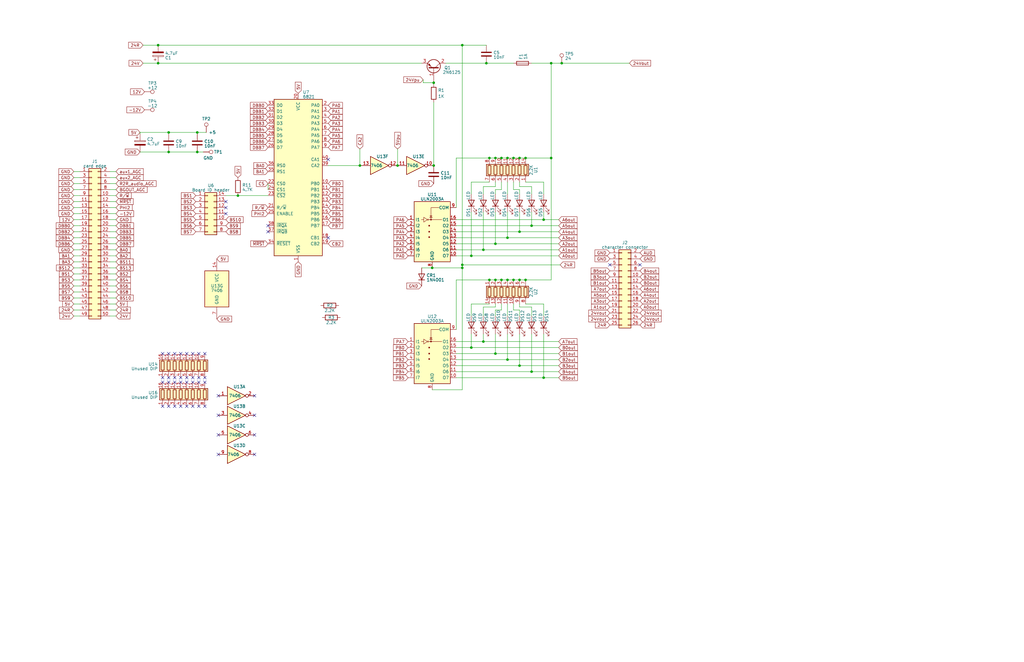
<source format=kicad_sch>
(kicad_sch (version 20230121) (generator eeschema)
  (paper "B")
  (junction (at 229.235 159.385))
  (junction (at 151.765 69.85))
  (junction (at 206.375 118.11))
  (junction (at 224.155 156.845))
  (junction (at 203.835 105.41))
  (junction (at 213.995 118.11))
  (junction (at 182.245 113.03))
  (junction (at 206.375 66.675))
  (junction (at 198.755 146.685))
  (junction (at 211.455 66.675))
  (junction (at 232.41 66.675))
  (junction (at 216.535 66.675))
  (junction (at 182.88 34.925))
  (junction (at 83.185 64.135))
  (junction (at 229.235 92.71))
  (junction (at 213.995 151.765))
  (junction (at 167.64 69.85))
  (junction (at 205.105 26.67))
  (junction (at 208.915 149.225))
  (junction (at 208.915 66.675))
  (junction (at 71.12 55.88))
  (junction (at 224.155 95.25))
  (junction (at 203.835 144.145))
  (junction (at 232.41 26.67))
  (junction (at 208.915 118.11))
  (junction (at 66.675 26.67))
  (junction (at 219.075 66.675))
  (junction (at 219.075 118.11))
  (junction (at 66.675 19.05))
  (junction (at 219.075 97.79))
  (junction (at 182.88 69.85))
  (junction (at 194.945 111.76))
  (junction (at 213.995 66.675))
  (junction (at 194.945 19.05))
  (junction (at 194.945 113.03))
  (junction (at 213.995 100.33))
  (junction (at 221.615 66.675))
  (junction (at 100.33 82.55))
  (junction (at 221.615 118.11))
  (junction (at 236.855 26.67))
  (junction (at 83.185 55.88))
  (junction (at 211.455 118.11))
  (junction (at 216.535 118.11))
  (junction (at 208.915 102.87))
  (junction (at 219.075 154.305))
  (junction (at 71.12 64.135))
  (junction (at 198.755 107.95))
  (no_connect (at 81.28 149.225))
  (no_connect (at 92.075 191.77))
  (no_connect (at 73.66 161.29))
  (no_connect (at 107.315 183.515))
  (no_connect (at 95.25 85.09))
  (no_connect (at 78.74 171.45))
  (no_connect (at 68.58 161.29))
  (no_connect (at 78.74 159.385))
  (no_connect (at 76.2 161.29))
  (no_connect (at 83.82 171.45))
  (no_connect (at 257.175 111.76))
  (no_connect (at 138.43 100.33))
  (no_connect (at 138.43 67.31))
  (no_connect (at 107.315 191.77))
  (no_connect (at 83.82 161.29))
  (no_connect (at 68.58 149.225))
  (no_connect (at 86.36 159.385))
  (no_connect (at 92.075 183.515))
  (no_connect (at 68.58 171.45))
  (no_connect (at 76.2 149.225))
  (no_connect (at 81.28 171.45))
  (no_connect (at 76.2 171.45))
  (no_connect (at 71.12 159.385))
  (no_connect (at 76.2 159.385))
  (no_connect (at 73.66 171.45))
  (no_connect (at 95.25 87.63))
  (no_connect (at 113.03 95.25))
  (no_connect (at 68.58 159.385))
  (no_connect (at 71.12 149.225))
  (no_connect (at 78.74 161.29))
  (no_connect (at 269.875 111.76))
  (no_connect (at 86.36 171.45))
  (no_connect (at 107.315 175.26))
  (no_connect (at 86.36 149.225))
  (no_connect (at 113.03 97.79))
  (no_connect (at 81.28 161.29))
  (no_connect (at 83.82 149.225))
  (no_connect (at 78.74 149.225))
  (no_connect (at 107.315 167.005))
  (no_connect (at 95.25 90.17))
  (no_connect (at 73.66 159.385))
  (no_connect (at 83.82 159.385))
  (no_connect (at 71.12 161.29))
  (no_connect (at 92.075 167.005))
  (no_connect (at 73.66 149.225))
  (no_connect (at 81.28 159.385))
  (no_connect (at 92.075 175.26))
  (no_connect (at 71.12 171.45))
  (no_connect (at 86.36 161.29))
  (wire (pts (xy 211.455 128.27) (xy 211.455 130.81)))
  (wire (pts (xy 198.755 146.685) (xy 198.755 140.97)))
  (wire (pts (xy 48.895 113.03) (xy 46.355 113.03)))
  (wire (pts (xy 219.075 97.79) (xy 192.405 97.79)))
  (wire (pts (xy 48.895 123.19) (xy 46.355 123.19)))
  (wire (pts (xy 48.895 102.87) (xy 46.355 102.87)))
  (wire (pts (xy 48.895 107.95) (xy 46.355 107.95)))
  (wire (pts (xy 48.895 80.01) (xy 46.355 80.01)))
  (wire (pts (xy 216.535 130.81) (xy 219.075 130.81)))
  (wire (pts (xy 198.755 107.95) (xy 198.755 89.535)))
  (wire (pts (xy 187.96 26.67) (xy 205.105 26.67)))
  (wire (pts (xy 198.755 107.95) (xy 192.405 107.95)))
  (wire (pts (xy 33.655 90.17) (xy 31.115 90.17)))
  (wire (pts (xy 235.585 92.71) (xy 229.235 92.71)))
  (wire (pts (xy 33.655 72.39) (xy 31.115 72.39)))
  (wire (pts (xy 235.585 144.145) (xy 203.835 144.145)))
  (wire (pts (xy 198.755 81.915) (xy 198.755 76.835)))
  (wire (pts (xy 208.915 80.01) (xy 211.455 80.01)))
  (wire (pts (xy 198.755 76.835) (xy 206.375 76.835)))
  (wire (pts (xy 236.855 26.67) (xy 265.43 26.67)))
  (wire (pts (xy 229.235 159.385) (xy 229.235 140.97)))
  (wire (pts (xy 100.33 82.55) (xy 113.03 82.55)))
  (wire (pts (xy 224.155 156.845) (xy 192.405 156.845)))
  (wire (pts (xy 198.755 133.35) (xy 198.755 128.27)))
  (wire (pts (xy 208.915 149.225) (xy 192.405 149.225)))
  (wire (pts (xy 33.655 107.95) (xy 31.115 107.95)))
  (wire (pts (xy 33.655 80.01) (xy 31.115 80.01)))
  (wire (pts (xy 235.585 146.685) (xy 198.755 146.685)))
  (wire (pts (xy 33.655 95.25) (xy 31.115 95.25)))
  (wire (pts (xy 33.655 120.65) (xy 31.115 120.65)))
  (wire (pts (xy 203.835 78.74) (xy 203.835 81.915)))
  (wire (pts (xy 219.075 81.915) (xy 219.075 80.01)))
  (wire (pts (xy 224.155 95.25) (xy 192.405 95.25)))
  (wire (pts (xy 48.895 92.71) (xy 46.355 92.71)))
  (wire (pts (xy 151.765 69.85) (xy 152.4 69.85)))
  (wire (pts (xy 216.535 128.27) (xy 216.535 130.81)))
  (wire (pts (xy 208.915 130.81) (xy 208.915 133.35)))
  (wire (pts (xy 33.655 110.49) (xy 31.115 110.49)))
  (wire (pts (xy 48.895 130.81) (xy 46.355 130.81)))
  (wire (pts (xy 235.585 151.765) (xy 213.995 151.765)))
  (wire (pts (xy 71.12 64.135) (xy 83.185 64.135)))
  (wire (pts (xy 221.615 66.675) (xy 232.41 66.675)))
  (wire (pts (xy 235.585 100.33) (xy 213.995 100.33)))
  (wire (pts (xy 48.895 118.11) (xy 46.355 118.11)))
  (wire (pts (xy 229.235 92.71) (xy 229.235 89.535)))
  (wire (pts (xy 221.615 128.27) (xy 229.235 128.27)))
  (wire (pts (xy 208.915 129.54) (xy 203.835 129.54)))
  (wire (pts (xy 83.185 55.88) (xy 83.185 56.515)))
  (wire (pts (xy 59.055 64.135) (xy 71.12 64.135)))
  (wire (pts (xy 208.915 66.675) (xy 206.375 66.675)))
  (wire (pts (xy 235.585 154.305) (xy 219.075 154.305)))
  (wire (pts (xy 211.455 130.81) (xy 208.915 130.81)))
  (wire (pts (xy 48.895 125.73) (xy 46.355 125.73)))
  (wire (pts (xy 221.615 76.835) (xy 229.235 76.835)))
  (wire (pts (xy 33.655 85.09) (xy 31.115 85.09)))
  (wire (pts (xy 48.895 74.93) (xy 46.355 74.93)))
  (wire (pts (xy 178.435 33.655) (xy 178.435 34.925)))
  (wire (pts (xy 48.895 115.57) (xy 46.355 115.57)))
  (wire (pts (xy 221.615 66.675) (xy 219.075 66.675)))
  (wire (pts (xy 192.405 118.11) (xy 206.375 118.11)))
  (wire (pts (xy 48.895 95.25) (xy 46.355 95.25)))
  (wire (pts (xy 33.655 87.63) (xy 31.115 87.63)))
  (wire (pts (xy 206.375 118.11) (xy 208.915 118.11)))
  (wire (pts (xy 60.325 19.05) (xy 66.675 19.05)))
  (wire (pts (xy 182.245 113.03) (xy 194.945 113.03)))
  (wire (pts (xy 71.12 55.88) (xy 83.185 55.88)))
  (wire (pts (xy 213.995 151.765) (xy 213.995 140.97)))
  (wire (pts (xy 224.155 95.25) (xy 224.155 89.535)))
  (wire (pts (xy 203.835 105.41) (xy 203.835 89.535)))
  (wire (pts (xy 219.075 129.54) (xy 224.155 129.54)))
  (wire (pts (xy 203.835 133.35) (xy 203.835 129.54)))
  (wire (pts (xy 219.075 154.305) (xy 219.075 140.97)))
  (wire (pts (xy 219.075 66.675) (xy 216.535 66.675)))
  (wire (pts (xy 48.895 72.39) (xy 46.355 72.39)))
  (wire (pts (xy 232.41 26.67) (xy 232.41 66.675)))
  (wire (pts (xy 235.585 105.41) (xy 203.835 105.41)))
  (wire (pts (xy 178.435 34.925) (xy 182.88 34.925)))
  (wire (pts (xy 235.585 97.79) (xy 219.075 97.79)))
  (wire (pts (xy 194.945 164.465) (xy 194.945 113.03)))
  (wire (pts (xy 235.585 159.385) (xy 229.235 159.385)))
  (wire (pts (xy 33.655 128.27) (xy 31.115 128.27)))
  (wire (pts (xy 224.155 26.67) (xy 232.41 26.67)))
  (wire (pts (xy 85.725 64.135) (xy 83.185 64.135)))
  (wire (pts (xy 33.655 113.03) (xy 31.115 113.03)))
  (wire (pts (xy 59.055 55.88) (xy 59.055 56.515)))
  (wire (pts (xy 95.25 82.55) (xy 100.33 82.55)))
  (wire (pts (xy 229.235 92.71) (xy 192.405 92.71)))
  (wire (pts (xy 182.88 35.56) (xy 182.88 34.925)))
  (wire (pts (xy 206.375 128.27) (xy 198.755 128.27)))
  (wire (pts (xy 203.835 105.41) (xy 192.405 105.41)))
  (wire (pts (xy 138.43 69.85) (xy 151.765 69.85)))
  (wire (pts (xy 48.895 105.41) (xy 46.355 105.41)))
  (wire (pts (xy 194.945 19.05) (xy 205.105 19.05)))
  (wire (pts (xy 219.075 97.79) (xy 219.075 89.535)))
  (wire (pts (xy 33.655 97.79) (xy 31.115 97.79)))
  (wire (pts (xy 33.655 115.57) (xy 31.115 115.57)))
  (wire (pts (xy 194.945 111.76) (xy 194.945 113.03)))
  (wire (pts (xy 48.895 97.79) (xy 46.355 97.79)))
  (wire (pts (xy 71.12 55.88) (xy 71.12 56.515)))
  (wire (pts (xy 48.895 85.09) (xy 46.355 85.09)))
  (wire (pts (xy 211.455 80.01) (xy 211.455 76.835)))
  (wire (pts (xy 216.535 76.835) (xy 216.535 80.01)))
  (wire (pts (xy 229.235 81.915) (xy 229.235 76.835)))
  (wire (pts (xy 48.895 133.35) (xy 46.355 133.35)))
  (wire (pts (xy 48.895 128.27) (xy 46.355 128.27)))
  (wire (pts (xy 59.055 55.88) (xy 71.12 55.88)))
  (wire (pts (xy 33.655 125.73) (xy 31.115 125.73)))
  (wire (pts (xy 33.655 130.81) (xy 31.115 130.81)))
  (wire (pts (xy 33.655 105.41) (xy 31.115 105.41)))
  (wire (pts (xy 33.655 82.55) (xy 31.115 82.55)))
  (wire (pts (xy 216.535 118.11) (xy 213.995 118.11)))
  (wire (pts (xy 221.615 118.11) (xy 232.41 118.11)))
  (wire (pts (xy 224.155 156.845) (xy 224.155 140.97)))
  (wire (pts (xy 182.245 164.465) (xy 194.945 164.465)))
  (wire (pts (xy 208.915 128.27) (xy 208.915 129.54)))
  (wire (pts (xy 192.405 66.675) (xy 192.405 87.63)))
  (wire (pts (xy 224.155 129.54) (xy 224.155 133.35)))
  (wire (pts (xy 48.895 110.49) (xy 46.355 110.49)))
  (wire (pts (xy 86.995 55.88) (xy 83.185 55.88)))
  (wire (pts (xy 232.41 66.675) (xy 232.41 118.11)))
  (wire (pts (xy 219.075 76.835) (xy 219.075 78.74)))
  (wire (pts (xy 208.915 78.74) (xy 203.835 78.74)))
  (wire (pts (xy 235.585 149.225) (xy 208.915 149.225)))
  (wire (pts (xy 33.655 100.33) (xy 31.115 100.33)))
  (wire (pts (xy 33.655 74.93) (xy 31.115 74.93)))
  (wire (pts (xy 60.325 26.67) (xy 66.675 26.67)))
  (wire (pts (xy 216.535 80.01) (xy 219.075 80.01)))
  (wire (pts (xy 208.915 149.225) (xy 208.915 140.97)))
  (wire (pts (xy 192.405 118.11) (xy 192.405 139.065)))
  (wire (pts (xy 213.995 151.765) (xy 192.405 151.765)))
  (wire (pts (xy 219.075 78.74) (xy 224.155 78.74)))
  (wire (pts (xy 48.895 100.33) (xy 46.355 100.33)))
  (wire (pts (xy 235.585 156.845) (xy 224.155 156.845)))
  (wire (pts (xy 48.895 90.17) (xy 46.355 90.17)))
  (wire (pts (xy 213.995 100.33) (xy 213.995 89.535)))
  (wire (pts (xy 213.995 66.675) (xy 216.535 66.675)))
  (wire (pts (xy 33.655 77.47) (xy 31.115 77.47)))
  (wire (pts (xy 219.075 154.305) (xy 192.405 154.305)))
  (wire (pts (xy 177.8 113.03) (xy 182.245 113.03)))
  (wire (pts (xy 213.995 118.11) (xy 211.455 118.11)))
  (wire (pts (xy 48.895 77.47) (xy 46.355 77.47)))
  (wire (pts (xy 232.41 26.67) (xy 236.855 26.67)))
  (wire (pts (xy 213.995 81.915) (xy 213.995 76.835)))
  (wire (pts (xy 113.03 77.47) (xy 113.03 80.01)))
  (wire (pts (xy 206.375 66.675) (xy 192.405 66.675)))
  (wire (pts (xy 208.915 78.74) (xy 208.915 76.835)))
  (wire (pts (xy 151.765 62.865) (xy 151.765 69.85)))
  (wire (pts (xy 33.655 92.71) (xy 31.115 92.71)))
  (wire (pts (xy 211.455 66.675) (xy 208.915 66.675)))
  (wire (pts (xy 219.075 118.11) (xy 216.535 118.11)))
  (wire (pts (xy 33.655 102.87) (xy 31.115 102.87)))
  (wire (pts (xy 48.895 87.63) (xy 46.355 87.63)))
  (wire (pts (xy 48.895 82.55) (xy 46.355 82.55)))
  (wire (pts (xy 198.755 146.685) (xy 192.405 146.685)))
  (wire (pts (xy 66.675 26.67) (xy 177.8 26.67)))
  (wire (pts (xy 208.915 102.87) (xy 192.405 102.87)))
  (wire (pts (xy 203.835 144.145) (xy 203.835 140.97)))
  (wire (pts (xy 33.655 118.11) (xy 31.115 118.11)))
  (wire (pts (xy 219.075 130.81) (xy 219.075 133.35)))
  (wire (pts (xy 194.945 19.05) (xy 194.945 111.76)))
  (wire (pts (xy 229.235 128.27) (xy 229.235 133.35)))
  (wire (pts (xy 235.585 107.95) (xy 198.755 107.95)))
  (wire (pts (xy 66.675 19.05) (xy 194.945 19.05)))
  (wire (pts (xy 213.995 100.33) (xy 192.405 100.33)))
  (wire (pts (xy 235.585 95.25) (xy 224.155 95.25)))
  (wire (pts (xy 229.235 159.385) (xy 192.405 159.385)))
  (wire (pts (xy 219.075 128.27) (xy 219.075 129.54)))
  (wire (pts (xy 235.585 102.87) (xy 208.915 102.87)))
  (wire (pts (xy 167.64 62.865) (xy 167.64 69.85)))
  (wire (pts (xy 208.915 102.87) (xy 208.915 89.535)))
  (wire (pts (xy 182.88 43.18) (xy 182.88 69.85)))
  (wire (pts (xy 216.535 26.67) (xy 205.105 26.67)))
  (wire (pts (xy 182.88 34.925) (xy 182.88 34.29)))
  (wire (pts (xy 236.22 111.76) (xy 194.945 111.76)))
  (wire (pts (xy 211.455 118.11) (xy 208.915 118.11)))
  (wire (pts (xy 203.835 144.145) (xy 192.405 144.145)))
  (wire (pts (xy 208.915 81.915) (xy 208.915 80.01)))
  (wire (pts (xy 211.455 66.675) (xy 213.995 66.675)))
  (wire (pts (xy 33.655 123.19) (xy 31.115 123.19)))
  (wire (pts (xy 48.895 120.65) (xy 46.355 120.65)))
  (wire (pts (xy 33.655 133.35) (xy 31.115 133.35)))
  (wire (pts (xy 221.615 118.11) (xy 219.075 118.11)))
  (wire (pts (xy 213.995 133.35) (xy 213.995 128.27)))
  (wire (pts (xy 224.155 78.74) (xy 224.155 81.915)))
  (global_label "aux1_AGC" (shape input) (at 48.895 72.39 0) (property "Intersheetrefs" "${INTERSHEET_REFS}" (effects hide)))
  (global_label "BS2" (shape input) (at 82.55 85.09 180) (property "Intersheetrefs" "${INTERSHEET_REFS}" (effects hide)))
  (global_label "PA4" (shape input) (at 172.085 97.79 180) (property "Intersheetrefs" "${INTERSHEET_REFS}" (effects hide)))
  (global_label "DBB6" (shape input) (at 113.03 59.69 180) (property "Intersheetrefs" "${INTERSHEET_REFS}" (effects hide)))
  (global_label "GND" (shape input) (at 177.8 120.65 180) (property "Intersheetrefs" "${INTERSHEET_REFS}" (effects hide)))
  (global_label "GND" (shape input) (at 31.115 80.01 180) (property "Intersheetrefs" "${INTERSHEET_REFS}" (effects hide)))
  (global_label "aux2_AGC" (shape input) (at 48.895 74.93 0) (property "Intersheetrefs" "${INTERSHEET_REFS}" (effects hide)))
  (global_label "PA7" (shape input) (at 138.43 62.23 0) (property "Intersheetrefs" "${INTERSHEET_REFS}" (effects hide)))
  (global_label "PHI2" (shape input) (at 113.03 90.17 180) (property "Intersheetrefs" "${INTERSHEET_REFS}" (effects hide)))
  (global_label "DBB3" (shape input) (at 113.03 52.07 180) (property "Intersheetrefs" "${INTERSHEET_REFS}" (effects hide)))
  (global_label "BA1" (shape input) (at 113.03 72.39 180) (property "Intersheetrefs" "${INTERSHEET_REFS}" (effects hide)))
  (global_label "24V" (shape input) (at 48.895 133.35 0) (property "Intersheetrefs" "${INTERSHEET_REFS}" (effects hide)))
  (global_label "DBB2" (shape input) (at 113.03 49.53 180) (property "Intersheetrefs" "${INTERSHEET_REFS}" (effects hide)))
  (global_label "BA2" (shape input) (at 48.895 107.95 0) (property "Intersheetrefs" "${INTERSHEET_REFS}" (effects hide)))
  (global_label "BS2" (shape input) (at 48.895 115.57 0) (property "Intersheetrefs" "${INTERSHEET_REFS}" (effects hide)))
  (global_label "GND" (shape input) (at 269.875 109.22 0) (property "Intersheetrefs" "${INTERSHEET_REFS}" (effects hide)))
  (global_label "DBB5" (shape input) (at 113.03 57.15 180) (property "Intersheetrefs" "${INTERSHEET_REFS}" (effects hide)))
  (global_label "5V" (shape input) (at 91.44 109.22 0) (property "Intersheetrefs" "${INTERSHEET_REFS}" (effects hide)))
  (global_label "BS8" (shape input) (at 95.25 97.79 0) (property "Intersheetrefs" "${INTERSHEET_REFS}" (effects hide)))
  (global_label "AUD" (shape input) (at 269.875 106.68 0) (property "Intersheetrefs" "${INTERSHEET_REFS}" (effects hide)))
  (global_label "BA3" (shape input) (at 31.115 110.49 180) (property "Intersheetrefs" "${INTERSHEET_REFS}" (effects hide)))
  (global_label "GND" (shape input) (at 59.055 64.135 180) (property "Intersheetrefs" "${INTERSHEET_REFS}" (effects hide)))
  (global_label "24R" (shape input) (at 236.22 111.76 0) (property "Intersheetrefs" "${INTERSHEET_REFS}" (effects hide)))
  (global_label "PA2" (shape input) (at 138.43 49.53 0) (property "Intersheetrefs" "${INTERSHEET_REFS}" (effects hide)))
  (global_label "DBB0" (shape input) (at 113.03 44.45 180) (property "Intersheetrefs" "${INTERSHEET_REFS}" (effects hide)))
  (global_label "A6out" (shape input) (at 235.585 92.71 0) (property "Intersheetrefs" "${INTERSHEET_REFS}" (effects hide)))
  (global_label "PA3" (shape input) (at 172.085 100.33 180) (property "Intersheetrefs" "${INTERSHEET_REFS}" (effects hide)))
  (global_label "BS4" (shape input) (at 48.895 118.11 0) (property "Intersheetrefs" "${INTERSHEET_REFS}" (effects hide)))
  (global_label "PA0" (shape input) (at 138.43 44.45 0) (property "Intersheetrefs" "${INTERSHEET_REFS}" (effects hide)))
  (global_label "~{MRST}" (shape input) (at 113.03 102.87 180) (property "Intersheetrefs" "${INTERSHEET_REFS}" (effects hide)))
  (global_label "GND" (shape input) (at 31.115 82.55 180) (property "Intersheetrefs" "${INTERSHEET_REFS}" (effects hide)))
  (global_label "5V" (shape input) (at 31.115 128.27 180) (property "Intersheetrefs" "${INTERSHEET_REFS}" (effects hide)))
  (global_label "A5out" (shape input) (at 257.175 124.46 180) (property "Intersheetrefs" "${INTERSHEET_REFS}" (effects hide)))
  (global_label "PA7" (shape input) (at 172.085 144.145 180) (property "Intersheetrefs" "${INTERSHEET_REFS}" (effects hide)))
  (global_label "DBB7" (shape input) (at 48.895 102.87 0) (property "Intersheetrefs" "${INTERSHEET_REFS}" (effects hide)))
  (global_label "PA0" (shape input) (at 172.085 107.95 180) (property "Intersheetrefs" "${INTERSHEET_REFS}" (effects hide)))
  (global_label "24R" (shape input) (at 269.875 137.16 0) (property "Intersheetrefs" "${INTERSHEET_REFS}" (effects hide)))
  (global_label "DBB1" (shape input) (at 48.895 95.25 0) (property "Intersheetrefs" "${INTERSHEET_REFS}" (effects hide)))
  (global_label "PB3" (shape input) (at 172.085 154.305 180) (property "Intersheetrefs" "${INTERSHEET_REFS}" (effects hide)))
  (global_label "24Vout" (shape input) (at 269.875 134.62 0) (property "Intersheetrefs" "${INTERSHEET_REFS}" (effects hide)))
  (global_label "PB5" (shape input) (at 172.085 159.385 180) (property "Intersheetrefs" "${INTERSHEET_REFS}" (effects hide)))
  (global_label "PB6" (shape input) (at 138.43 92.71 0) (property "Intersheetrefs" "${INTERSHEET_REFS}" (effects hide)))
  (global_label "BS1" (shape input) (at 31.115 115.57 180) (property "Intersheetrefs" "${INTERSHEET_REFS}" (effects hide)))
  (global_label "PA4" (shape input) (at 138.43 54.61 0) (property "Intersheetrefs" "${INTERSHEET_REFS}" (effects hide)))
  (global_label "-12V" (shape input) (at 60.96 46.355 180) (property "Intersheetrefs" "${INTERSHEET_REFS}" (effects hide)))
  (global_label "PA6" (shape input) (at 138.43 59.69 0) (property "Intersheetrefs" "${INTERSHEET_REFS}" (effects hide)))
  (global_label "BS5" (shape input) (at 31.115 120.65 180) (property "Intersheetrefs" "${INTERSHEET_REFS}" (effects hide)))
  (global_label "GND" (shape input) (at 31.115 85.09 180) (property "Intersheetrefs" "${INTERSHEET_REFS}" (effects hide)))
  (global_label "DBB4" (shape input) (at 113.03 54.61 180) (property "Intersheetrefs" "${INTERSHEET_REFS}" (effects hide)))
  (global_label "24Vout" (shape input) (at 257.175 134.62 180) (property "Intersheetrefs" "${INTERSHEET_REFS}" (effects hide)))
  (global_label "A5out" (shape input) (at 235.585 95.25 0) (property "Intersheetrefs" "${INTERSHEET_REFS}" (effects hide)))
  (global_label "GND" (shape input) (at 257.175 106.68 180) (property "Intersheetrefs" "${INTERSHEET_REFS}" (effects hide)))
  (global_label "BS6" (shape input) (at 82.55 95.25 180) (property "Intersheetrefs" "${INTERSHEET_REFS}" (effects hide)))
  (global_label "BGOUT_AGC" (shape input) (at 48.895 80.01 0) (property "Intersheetrefs" "${INTERSHEET_REFS}" (effects hide)))
  (global_label "A2out" (shape input) (at 269.875 127 0) (property "Intersheetrefs" "${INTERSHEET_REFS}" (effects hide)))
  (global_label "PHI2" (shape input) (at 48.895 87.63 0) (property "Intersheetrefs" "${INTERSHEET_REFS}" (effects hide)))
  (global_label "GND" (shape input) (at 31.115 77.47 180) (property "Intersheetrefs" "${INTERSHEET_REFS}" (effects hide)))
  (global_label "24Vout" (shape input) (at 269.875 132.08 0) (property "Intersheetrefs" "${INTERSHEET_REFS}" (effects hide)))
  (global_label "24V" (shape input) (at 31.115 133.35 180) (property "Intersheetrefs" "${INTERSHEET_REFS}" (effects hide)))
  (global_label "B0out" (shape input) (at 269.875 119.38 0) (property "Intersheetrefs" "${INTERSHEET_REFS}" (effects hide)))
  (global_label "A2out" (shape input) (at 235.585 102.87 0) (property "Intersheetrefs" "${INTERSHEET_REFS}" (effects hide)))
  (global_label "B5out" (shape input) (at 235.585 159.385 0) (property "Intersheetrefs" "${INTERSHEET_REFS}" (effects hide)))
  (global_label "B4out" (shape input) (at 235.585 156.845 0) (property "Intersheetrefs" "${INTERSHEET_REFS}" (effects hide)))
  (global_label "B3out" (shape input) (at 257.175 116.84 180) (property "Intersheetrefs" "${INTERSHEET_REFS}" (effects hide)))
  (global_label "PB7" (shape input) (at 138.43 95.25 0) (property "Intersheetrefs" "${INTERSHEET_REFS}" (effects hide)))
  (global_label "PB4" (shape input) (at 138.43 87.63 0) (property "Intersheetrefs" "${INTERSHEET_REFS}" (effects hide)))
  (global_label "CA2" (shape input) (at 151.765 62.865 90) (property "Intersheetrefs" "${INTERSHEET_REFS}" (effects hide)))
  (global_label "12V" (shape input) (at 60.96 38.735 180) (property "Intersheetrefs" "${INTERSHEET_REFS}" (effects hide)))
  (global_label "R{slash}~{W}" (shape input) (at 48.895 82.55 0) (property "Intersheetrefs" "${INTERSHEET_REFS}" (effects hide)))
  (global_label "GND" (shape input) (at 31.115 105.41 180) (property "Intersheetrefs" "${INTERSHEET_REFS}" (effects hide)))
  (global_label "DBB2" (shape input) (at 31.115 97.79 180) (property "Intersheetrefs" "${INTERSHEET_REFS}" (effects hide)))
  (global_label "24Vout" (shape input) (at 257.175 132.08 180) (property "Intersheetrefs" "${INTERSHEET_REFS}" (effects hide)))
  (global_label "BS3" (shape input) (at 31.115 118.11 180) (property "Intersheetrefs" "${INTERSHEET_REFS}" (effects hide)))
  (global_label "BA0" (shape input) (at 48.895 105.41 0) (property "Intersheetrefs" "${INTERSHEET_REFS}" (effects hide)))
  (global_label "24Vpu" (shape input) (at 178.435 33.655 180) (property "Intersheetrefs" "${INTERSHEET_REFS}" (effects hide)))
  (global_label "24V" (shape input) (at 60.325 26.67 180) (property "Intersheetrefs" "${INTERSHEET_REFS}" (effects hide)))
  (global_label "PB2" (shape input) (at 172.085 151.765 180) (property "Intersheetrefs" "${INTERSHEET_REFS}" (effects hide)))
  (global_label "24Vout" (shape input) (at 265.43 26.67 0) (property "Intersheetrefs" "${INTERSHEET_REFS}" (effects hide)))
  (global_label "5V" (shape input) (at 125.73 39.37 90) (property "Intersheetrefs" "${INTERSHEET_REFS}" (effects hide)))
  (global_label "BS11" (shape input) (at 48.895 110.49 0) (property "Intersheetrefs" "${INTERSHEET_REFS}" (effects hide)))
  (global_label "B3out" (shape input) (at 235.585 154.305 0) (property "Intersheetrefs" "${INTERSHEET_REFS}" (effects hide)))
  (global_label "A3out" (shape input) (at 235.585 100.33 0) (property "Intersheetrefs" "${INTERSHEET_REFS}" (effects hide)))
  (global_label "BA1" (shape input) (at 31.115 107.95 180) (property "Intersheetrefs" "${INTERSHEET_REFS}" (effects hide)))
  (global_label "PB4" (shape input) (at 172.085 156.845 180) (property "Intersheetrefs" "${INTERSHEET_REFS}" (effects hide)))
  (global_label "DBB4" (shape input) (at 31.115 100.33 180) (property "Intersheetrefs" "${INTERSHEET_REFS}" (effects hide)))
  (global_label "PA1" (shape input) (at 138.43 46.99 0) (property "Intersheetrefs" "${INTERSHEET_REFS}" (effects hide)))
  (global_label "BS13" (shape input) (at 48.895 113.03 0) (property "Intersheetrefs" "${INTERSHEET_REFS}" (effects hide)))
  (global_label "A0out" (shape input) (at 269.875 129.54 0) (property "Intersheetrefs" "${INTERSHEET_REFS}" (effects hide)))
  (global_label "BS4" (shape input) (at 82.55 90.17 180) (property "Intersheetrefs" "${INTERSHEET_REFS}" (effects hide)))
  (global_label "GND" (shape input) (at 31.115 74.93 180) (property "Intersheetrefs" "${INTERSHEET_REFS}" (effects hide)))
  (global_label "GND" (shape input) (at 48.895 92.71 0) (property "Intersheetrefs" "${INTERSHEET_REFS}" (effects hide)))
  (global_label "~{MRST}" (shape input) (at 48.895 85.09 0) (property "Intersheetrefs" "${INTERSHEET_REFS}" (effects hide)))
  (global_label "CS" (shape input) (at 113.03 77.47 180) (property "Intersheetrefs" "${INTERSHEET_REFS}" (effects hide)))
  (global_label "GND" (shape input) (at 125.73 110.49 270) (property "Intersheetrefs" "${INTERSHEET_REFS}" (effects hide)))
  (global_label "24R" (shape input) (at 257.175 137.16 180) (property "Intersheetrefs" "${INTERSHEET_REFS}" (effects hide)))
  (global_label "A6out" (shape input) (at 269.875 121.92 0) (property "Intersheetrefs" "${INTERSHEET_REFS}" (effects hide)))
  (global_label "PA5" (shape input) (at 172.085 95.25 180) (property "Intersheetrefs" "${INTERSHEET_REFS}" (effects hide)))
  (global_label "B4out" (shape input) (at 269.875 114.3 0) (property "Intersheetrefs" "${INTERSHEET_REFS}" (effects hide)))
  (global_label "A1out" (shape input) (at 257.175 129.54 180) (property "Intersheetrefs" "${INTERSHEET_REFS}" (effects hide)))
  (global_label "24R" (shape input) (at 60.325 19.05 180) (property "Intersheetrefs" "${INTERSHEET_REFS}" (effects hide)))
  (global_label "A7out" (shape input) (at 235.585 144.145 0) (property "Intersheetrefs" "${INTERSHEET_REFS}" (effects hide)))
  (global_label "PB2" (shape input) (at 138.43 82.55 0) (property "Intersheetrefs" "${INTERSHEET_REFS}" (effects hide)))
  (global_label "PB1" (shape input) (at 172.085 149.225 180) (property "Intersheetrefs" "${INTERSHEET_REFS}" (effects hide)))
  (global_label "B1out" (shape input) (at 235.585 149.225 0) (property "Intersheetrefs" "${INTERSHEET_REFS}" (effects hide)))
  (global_label "PB0" (shape input) (at 138.43 77.47 0) (property "Intersheetrefs" "${INTERSHEET_REFS}" (effects hide)))
  (global_label "5V" (shape input) (at 59.055 55.88 180) (property "Intersheetrefs" "${INTERSHEET_REFS}" (effects hide)))
  (global_label "BS3" (shape input) (at 82.55 87.63 180) (property "Intersheetrefs" "${INTERSHEET_REFS}" (effects hide)))
  (global_label "PA5" (shape input) (at 138.43 57.15 0) (property "Intersheetrefs" "${INTERSHEET_REFS}" (effects hide)))
  (global_label "GND" (shape input) (at 31.115 87.63 180) (property "Intersheetrefs" "${INTERSHEET_REFS}" (effects hide)))
  (global_label "BS6" (shape input) (at 48.895 120.65 0) (property "Intersheetrefs" "${INTERSHEET_REFS}" (effects hide)))
  (global_label "DBB0" (shape input) (at 31.115 95.25 180) (property "Intersheetrefs" "${INTERSHEET_REFS}" (effects hide)))
  (global_label "B5out" (shape input) (at 257.175 114.3 180) (property "Intersheetrefs" "${INTERSHEET_REFS}" (effects hide)))
  (global_label "PB5" (shape input) (at 138.43 90.17 0) (property "Intersheetrefs" "${INTERSHEET_REFS}" (effects hide)))
  (global_label "BS12" (shape input) (at 31.115 113.03 180) (property "Intersheetrefs" "${INTERSHEET_REFS}" (effects hide)))
  (global_label "BA0" (shape input) (at 113.03 69.85 180) (property "Intersheetrefs" "${INTERSHEET_REFS}" (effects hide)))
  (global_label "B1out" (shape input) (at 257.175 119.38 180) (property "Intersheetrefs" "${INTERSHEET_REFS}" (effects hide)))
  (global_label "GND" (shape input) (at 31.115 72.39 180) (property "Intersheetrefs" "${INTERSHEET_REFS}" (effects hide)))
  (global_label "-12V" (shape input) (at 48.895 90.17 0) (property "Intersheetrefs" "${INTERSHEET_REFS}" (effects hide)))
  (global_label "5V" (shape input) (at 100.33 74.93 90) (property "Intersheetrefs" "${INTERSHEET_REFS}" (effects hide)))
  (global_label "BS5" (shape input) (at 82.55 92.71 180) (property "Intersheetrefs" "${INTERSHEET_REFS}" (effects hide)))
  (global_label "BS1" (shape input) (at 82.55 82.55 180) (property "Intersheetrefs" "${INTERSHEET_REFS}" (effects hide)))
  (global_label "BS9" (shape input) (at 95.25 95.25 0) (property "Intersheetrefs" "${INTERSHEET_REFS}" (effects hide)))
  (global_label "BS10" (shape input) (at 95.25 92.71 0) (property "Intersheetrefs" "${INTERSHEET_REFS}" (effects hide)))
  (global_label "PA6" (shape input) (at 172.085 92.71 180) (property "Intersheetrefs" "${INTERSHEET_REFS}" (effects hide)))
  (global_label "DBB7" (shape input) (at 113.03 62.23 180) (property "Intersheetrefs" "${INTERSHEET_REFS}" (effects hide)))
  (global_label "PA3" (shape input) (at 138.43 52.07 0) (property "Intersheetrefs" "${INTERSHEET_REFS}" (effects hide)))
  (global_label "B2out" (shape input) (at 269.875 116.84 0) (property "Intersheetrefs" "${INTERSHEET_REFS}" (effects hide)))
  (global_label "BS10" (shape input) (at 48.895 125.73 0) (property "Intersheetrefs" "${INTERSHEET_REFS}" (effects hide)))
  (global_label "GND" (shape input) (at 257.175 109.22 180) (property "Intersheetrefs" "${INTERSHEET_REFS}" (effects hide)))
  (global_label "DBB6" (shape input) (at 31.115 102.87 180) (property "Intersheetrefs" "${INTERSHEET_REFS}" (effects hide)))
  (global_label "PB1" (shape input) (at 138.43 80.01 0) (property "Intersheetrefs" "${INTERSHEET_REFS}" (effects hide)))
  (global_label "24R" (shape input) (at 48.895 130.81 0) (property "Intersheetrefs" "${INTERSHEET_REFS}" (effects hide)))
  (global_label "GND" (shape input) (at 182.88 77.47 180) (property "Intersheetrefs" "${INTERSHEET_REFS}" (effects hide)))
  (global_label "A4out" (shape input) (at 235.585 97.79 0) (property "Intersheetrefs" "${INTERSHEET_REFS}" (effects hide)))
  (global_label "PA2" (shape input) (at 172.085 102.87 180) (property "Intersheetrefs" "${INTERSHEET_REFS}" (effects hide)))
  (global_label "5V" (shape input) (at 48.895 128.27 0) (property "Intersheetrefs" "${INTERSHEET_REFS}" (effects hide)))
  (global_label "5Vpu" (shape input) (at 167.64 62.865 90) (property "Intersheetrefs" "${INTERSHEET_REFS}" (effects hide)))
  (global_label "24R" (shape input) (at 31.115 130.81 180) (property "Intersheetrefs" "${INTERSHEET_REFS}" (effects hide)))
  (global_label "DBB3" (shape input) (at 48.895 97.79 0) (property "Intersheetrefs" "${INTERSHEET_REFS}" (effects hide)))
  (global_label "DBB1" (shape input) (at 113.03 46.99 180) (property "Intersheetrefs" "${INTERSHEET_REFS}" (effects hide)))
  (global_label "A7out" (shape input) (at 257.175 121.92 180) (property "Intersheetrefs" "${INTERSHEET_REFS}" (effects hide)))
  (global_label "PB3" (shape input) (at 138.43 85.09 0) (property "Intersheetrefs" "${INTERSHEET_REFS}" (effects hide)))
  (global_label "GND" (shape input) (at 31.115 90.17 180) (property "Intersheetrefs" "${INTERSHEET_REFS}" (effects hide)))
  (global_label "A4out" (shape input) (at 269.875 124.46 0) (property "Intersheetrefs" "${INTERSHEET_REFS}" (effects hide)))
  (global_label "BS9" (shape input) (at 31.115 125.73 180) (property "Intersheetrefs" "${INTERSHEET_REFS}" (effects hide)))
  (global_label "B0out" (shape input) (at 235.585 146.685 0) (property "Intersheetrefs" "${INTERSHEET_REFS}" (effects hide)))
  (global_label "A1out" (shape input) (at 235.585 105.41 0) (property "Intersheetrefs" "${INTERSHEET_REFS}" (effects hide)))
  (global_label "A0out" (shape input) (at 235.585 107.95 0) (property "Intersheetrefs" "${INTERSHEET_REFS}" (effects hide)))
  (global_label "BS8" (shape input) (at 48.895 123.19 0) (property "Intersheetrefs" "${INTERSHEET_REFS}" (effects hide)))
  (global_label "BS7" (shape input) (at 82.55 97.79 180) (property "Intersheetrefs" "${INTERSHEET_REFS}" (effects hide)))
  (global_label "12V" (shape input) (at 31.115 92.71 180) (property "Intersheetrefs" "${INTERSHEET_REFS}" (effects hide)))
  (global_label "PB0" (shape input) (at 172.085 146.685 180) (property "Intersheetrefs" "${INTERSHEET_REFS}" (effects hide)))
  (global_label "R{slash}~{W}" (shape input) (at 113.03 87.63 180) (property "Intersheetrefs" "${INTERSHEET_REFS}" (effects hide)))
  (global_label "GND" (shape input) (at 91.44 134.62 0) (property "Intersheetrefs" "${INTERSHEET_REFS}" (effects hide)))
  (global_label "B2out" (shape input) (at 235.585 151.765 0) (property "Intersheetrefs" "${INTERSHEET_REFS}" (effects hide)))
  (global_label "A3out" (shape input) (at 257.175 127 180) (property "Intersheetrefs" "${INTERSHEET_REFS}" (effects hide)))
  (global_label "BS7" (shape input) (at 31.115 123.19 180) (property "Intersheetrefs" "${INTERSHEET_REFS}" (effects hide)))
  (global_label "DBB5" (shape input) (at 48.895 100.33 0) (property "Intersheetrefs" "${INTERSHEET_REFS}" (effects hide)))
  (global_label "CB2" (shape input) (at 138.43 102.87 0) (property "Intersheetrefs" "${INTERSHEET_REFS}" (effects hide)))
  (global_label "PA1" (shape input) (at 172.085 105.41 180) (property "Intersheetrefs" "${INTERSHEET_REFS}" (effects hide)))
  (global_label "R2R_audio_AGC" (shape input) (at 48.895 77.47 0) (property "Intersheetrefs" "${INTERSHEET_REFS}" (effects hide)))
  (symbol (lib_id "Device:LED") (at 219.075 85.725 90) (unit 1)
    (property "Reference" "DS7" (at 217.805 87.63 0) (effects (justify right)))
    (property "Value" "LED" (at 217.805 80.645 0) (effects (justify right)))
    (property "Footprint" "LED_THT:LED_D5.0mm_Horizontal_O3.81mm_Z15.0mm" (effects hide))
  )
  (symbol (lib_id "Device:LED") (at 208.915 137.16 90) (unit 1)
    (property "Reference" "DS10" (at 210.185 130.81 0) (effects (justify right)))
    (property "Value" "LED" (at 207.645 132.08 0) (effects (justify right)))
    (property "Footprint" "LED_THT:LED_D5.0mm_Horizontal_O3.81mm_Z15.0mm" (effects hide))
  )
  (symbol (lib_id "Device:LED") (at 203.835 85.725 90) (unit 1)
    (property "Reference" "DS2" (at 202.565 87.63 0) (effects (justify right)))
    (property "Value" "LED" (at 202.565 80.645 0) (effects (justify right)))
    (property "Footprint" "LED_THT:LED_D5.0mm_Horizontal_O3.81mm_Z15.0mm" (effects hide))
  )
  (symbol (lib_id "Device:R_Pack08") (at 78.74 154.305 0) (unit 1)
    (property "Reference" "U14" (at 66.548 153.6613 0) (effects (justify right)))
    (property "Value" "Unused DIP" (at 66.548 155.5823 0) (effects (justify right)))
    (property "Footprint" "Package_DIP:DIP-16_W7.62mm" (effects hide))
  )
  (symbol (lib_id "Device:LED") (at 224.155 137.16 90) (unit 1)
    (property "Reference" "DS13" (at 225.425 130.81 0) (effects (justify right)))
    (property "Value" "LED" (at 222.885 132.08 0) (effects (justify right)))
    (property "Footprint" "LED_THT:LED_D5.0mm_Horizontal_O3.81mm_Z15.0mm" (effects hide))
  )
  (symbol (lib_id "Transistor_Array:ULN2003A") (at 182.245 97.79 0) (unit 1)
    (property "Reference" "U11" (at 182.245 82.0801 0))
    (property "Value" "ULN2003A" (at 182.245 84.0011 0))
    (property "Footprint" "Package_DIP:DIP-16_W7.62mm" (effects hide))
    (property "Datasheet" "http://www.ti.com/lit/ds/symlink/uln2003a.pdf" (effects hide))
  )
  (symbol (lib_id "Transistor_BJT:2N3906") (at 182.88 29.21 270) (mirror x) (unit 1)
    (property "Reference" "Q1" (at 187.325 28.575 90) (effects (justify left)))
    (property "Value" "2N6125" (at 186.69 30.48 90) (effects (justify left)))
    (property "Footprint" "Package_TO_SOT_THT:TO-220-3_Horizontal_TabDown" (effects hide))
  )
  (symbol (lib_id "Connector:TestPoint") (at 60.96 38.735 270) (mirror x) (unit 1)
    (property "Reference" "TP3" (at 64.262 35.0901 90))
    (property "Value" "+12" (at 64.262 37.0111 90))
    (property "Footprint" "TestPoint:TestPoint_Plated_Hole_D3.0mm" (effects hide))
  )
  (symbol (lib_id "Device:C_Polarized") (at 66.675 22.86 0) (mirror x) (unit 1)
    (property "Reference" "C1" (at 69.596 24.3927 0) (effects (justify left)))
    (property "Value" "4.7uF" (at 69.596 22.4717 0) (effects (justify left)))
    (property "Footprint" "Evan's parts:CP_Radial_Tantal_D4mm_P3.81mm" (effects hide))
  )
  (symbol (lib_id "Device:Fuse") (at 220.345 26.67 90) (unit 1)
    (property "Reference" "F1" (at 219.7013 25.146 0) (effects (justify left)))
    (property "Value" "1A" (at 221.6223 25.146 0) (effects (justify left)))
    (property "Footprint" "Fuse:Fuseholder_Littelfuse_445_030_series_5x30mm" (effects hide))
  )
  (symbol (lib_id "Connector:TestPoint") (at 60.96 46.355 270) (mirror x) (unit 1)
    (property "Reference" "TP4" (at 64.262 42.7101 90))
    (property "Value" "-12" (at 64.262 44.6311 90))
    (property "Footprint" "TestPoint:TestPoint_Plated_Hole_D3.0mm" (effects hide))
  )
  (symbol (lib_id "74xx:74LS06") (at 160.02 69.85 0) (unit 6)
    (property "Reference" "U13" (at 161.29 66.04 0))
    (property "Value" "7406" (at 158.75 69.85 0))
    (property "Footprint" "Package_DIP:DIP-14_W7.62mm" (effects hide))
    (property "Datasheet" "http://www.ti.com/lit/gpn/sn74LS06" (effects hide))
  )
  (symbol (lib_id "Device:R_Pack08") (at 78.74 166.37 0) (unit 1)
    (property "Reference" "U16" (at 66.548 165.7263 0) (effects (justify right)))
    (property "Value" "Unused DIP" (at 66.548 167.6473 0) (effects (justify right)))
    (property "Footprint" "Package_DIP:DIP-16_W7.62mm" (effects hide))
  )
  (symbol (lib_id "Transistor_Array:ULN2003A") (at 182.245 149.225 0) (unit 1)
    (property "Reference" "U12" (at 182.245 133.5151 0))
    (property "Value" "ULN2003A" (at 182.245 135.4361 0))
    (property "Footprint" "Package_DIP:DIP-16_W7.62mm" (effects hide))
    (property "Datasheet" "http://www.ti.com/lit/ds/symlink/uln2003a.pdf" (effects hide))
  )
  (symbol (lib_id "Connector_Generic:Conn_02x25_Odd_Even") (at 38.735 102.87 0) (unit 1)
    (property "Reference" "J1" (at 40.005 68.1101 0))
    (property "Value" "card edge" (at 40.005 70.0311 0))
    (property "Footprint" "Evan's parts:Chuck_E_Cheese_small_card_edge" (effects hide))
  )
  (symbol (lib_id "Device:R_Pack07") (at 213.995 123.19 0) (mirror x) (unit 1)
    (property "Reference" "U2" (at 225.8949 123.19 90))
    (property "Value" "2.2K" (at 223.9739 123.19 90))
    (property "Footprint" "Package_DIP:DIP-14_W7.62mm" (effects hide))
  )
  (symbol (lib_id "Device:LED") (at 219.075 137.16 90) (unit 1)
    (property "Reference" "DS12" (at 220.345 130.81 0) (effects (justify right)))
    (property "Value" "LED" (at 217.805 132.08 0) (effects (justify right)))
    (property "Footprint" "LED_THT:LED_D5.0mm_Horizontal_O3.81mm_Z15.0mm" (effects hide))
  )
  (symbol (lib_id "Device:LED") (at 229.235 85.725 90) (unit 1)
    (property "Reference" "DS5" (at 227.965 87.63 0) (effects (justify right)))
    (property "Value" "LED" (at 227.965 80.645 0) (effects (justify right)))
    (property "Footprint" "LED_THT:LED_D5.0mm_Horizontal_O3.81mm_Z15.0mm" (effects hide))
  )
  (symbol (lib_id "Device:C_Polarized") (at 59.055 60.325 0) (unit 1)
    (property "Reference" "C2" (at 61.976 58.7923 0) (effects (justify left)))
    (property "Value" "4.7uF" (at 61.976 60.7133 0) (effects (justify left)))
    (property "Footprint" "Evan's parts:CP_Radial_Tantal_D4mm_P3.81mm" (effects hide))
  )
  (symbol (lib_id "74xx:74LS06") (at 99.695 167.005 0) (unit 1)
    (property "Reference" "U13" (at 100.965 163.195 0))
    (property "Value" "7406" (at 99.06 167.005 0))
    (property "Footprint" "Package_DIP:DIP-14_W7.62mm" (effects hide))
    (property "Datasheet" "http://www.ti.com/lit/gpn/sn74LS06" (effects hide))
  )
  (symbol (lib_id "Device:C") (at 182.88 73.66 0) (unit 1)
    (property "Reference" "C11" (at 185.801 73.0163 0) (effects (justify left)))
    (property "Value" "10nF" (at 185.801 74.9373 0) (effects (justify left)))
    (property "Footprint" "Capacitor_THT:C_Rect_L7.0mm_W2.5mm_P5.00mm" (effects hide))
  )
  (symbol (lib_id "Device:R_Pack07") (at 213.995 71.755 0) (mirror y) (unit 1)
    (property "Reference" "U1" (at 225.8949 71.755 90))
    (property "Value" "2.2K" (at 223.9739 71.755 90))
    (property "Footprint" "Package_DIP:DIP-14_W7.62mm" (effects hide))
  )
  (symbol (lib_id "Device:C") (at 83.185 60.325 0) (unit 1)
    (property "Reference" "C10" (at 86.106 59.6813 0) (effects (justify left)))
    (property "Value" "10nF" (at 86.106 61.6023 0) (effects (justify left)))
    (property "Footprint" "Capacitor_THT:C_Rect_L7.0mm_W2.5mm_P5.00mm" (effects hide))
  )
  (symbol (lib_id "74xx:74LS06") (at 91.44 121.92 0) (unit 7)
    (property "Reference" "U13" (at 88.9 120.65 0) (effects (justify left)))
    (property "Value" "7406" (at 88.9 122.555 0) (effects (justify left)))
    (property "Footprint" "Package_DIP:DIP-14_W7.62mm" (effects hide))
    (property "Datasheet" "http://www.ti.com/lit/gpn/sn74LS06" (effects hide))
  )
  (symbol (lib_id "Device:LED") (at 198.755 137.16 90) (unit 1)
    (property "Reference" "DS9" (at 200.025 132.08 0) (effects (justify right)))
    (property "Value" "LED" (at 197.485 132.08 0) (effects (justify right)))
    (property "Footprint" "LED_THT:LED_D5.0mm_Horizontal_O3.81mm_Z15.0mm" (effects hide))
  )
  (symbol (lib_id "Device:C") (at 205.105 22.86 0) (unit 1)
    (property "Reference" "C5" (at 208.026 22.2163 0) (effects (justify left)))
    (property "Value" "10nF" (at 208.026 24.1373 0) (effects (justify left)))
    (property "Footprint" "Capacitor_THT:C_Rect_L7.0mm_W2.5mm_P5.00mm" (effects hide))
  )
  (symbol (lib_id "Device:LED") (at 203.835 137.16 90) (unit 1)
    (property "Reference" "DS8" (at 205.105 132.08 0) (effects (justify right)))
    (property "Value" "LED" (at 202.565 132.08 0) (effects (justify right)))
    (property "Footprint" "LED_THT:LED_D5.0mm_Horizontal_O3.81mm_Z15.0mm" (effects hide))
  )
  (symbol (lib_id "Device:LED") (at 224.155 85.725 90) (unit 1)
    (property "Reference" "DS6" (at 222.885 87.63 0) (effects (justify right)))
    (property "Value" "LED" (at 222.885 80.645 0) (effects (justify right)))
    (property "Footprint" "LED_THT:LED_D5.0mm_Horizontal_O3.81mm_Z15.0mm" (effects hide))
  )
  (symbol (lib_id "Connector:TestPoint") (at 85.725 64.135 270) (mirror x) (unit 1)
    (property "Reference" "TP1" (at 90.17 64.135 90) (effects (justify left)))
    (property "Value" "GND" (at 85.725 66.675 90) (effects (justify left)))
    (property "Footprint" "TestPoint:TestPoint_Plated_Hole_D3.0mm" (effects hide))
  )
  (symbol (lib_id "Device:C") (at 71.12 60.325 0) (unit 1)
    (property "Reference" "C9" (at 74.041 59.6813 0) (effects (justify left)))
    (property "Value" "10nF" (at 74.041 61.6023 0) (effects (justify left)))
    (property "Footprint" "Capacitor_THT:C_Rect_L7.0mm_W2.5mm_P5.00mm" (effects hide))
  )
  (symbol (lib_id "74xx:74LS06") (at 99.695 175.26 0) (unit 2)
    (property "Reference" "U13" (at 100.965 171.45 0))
    (property "Value" "7406" (at 99.06 175.26 0))
    (property "Footprint" "Package_DIP:DIP-14_W7.62mm" (effects hide))
    (property "Datasheet" "http://www.ti.com/lit/gpn/sn74LS06" (effects hide))
  )
  (symbol (lib_id "Connector_Generic:Conn_02x07_Counter_Clockwise") (at 87.63 90.17 0) (unit 1)
    (property "Reference" "U6" (at 88.9 78.2701 0))
    (property "Value" "Board ID header" (at 88.9 80.1911 0))
    (property "Footprint" "Package_DIP:DIP-14_W7.62mm" (effects hide))
  )
  (symbol (lib_id "74xx:74LS06") (at 175.26 69.85 0) (unit 5)
    (property "Reference" "U13" (at 176.53 66.04 0))
    (property "Value" "7406" (at 173.99 69.85 0))
    (property "Footprint" "Package_DIP:DIP-14_W7.62mm" (effects hide))
    (property "Datasheet" "http://www.ti.com/lit/gpn/sn74LS06" (effects hide))
  )
  (symbol (lib_id "Device:LED") (at 229.235 137.16 90) (unit 1)
    (property "Reference" "DS14" (at 230.505 130.81 0) (effects (justify right)))
    (property "Value" "LED" (at 227.965 132.08 0) (effects (justify right)))
    (property "Footprint" "LED_THT:LED_D5.0mm_Horizontal_O3.81mm_Z15.0mm" (effects hide))
  )
  (symbol (lib_id "74xx:74LS06") (at 99.695 191.77 0) (unit 4)
    (property "Reference" "U13" (at 100.965 187.96 0))
    (property "Value" "7406" (at 98.425 191.77 0))
    (property "Footprint" "Package_DIP:DIP-14_W7.62mm" (effects hide))
    (property "Datasheet" "http://www.ti.com/lit/gpn/sn74LS06" (effects hide))
  )
  (symbol (lib_id "Connector:TestPoint") (at 236.855 26.67 0) (unit 1)
    (property "Reference" "TP5" (at 238.252 22.7243 0) (effects (justify left)))
    (property "Value" "24" (at 238.252 24.6453 0) (effects (justify left)))
    (property "Footprint" "TestPoint:TestPoint_Plated_Hole_D3.0mm" (effects hide))
  )
  (symbol (lib_id "Device:R") (at 139.065 128.905 90) (unit 1)
    (property "Reference" "R2" (at 139.065 128.905 90))
    (property "Value" "2.2K" (at 139.065 131.0099 90))
    (property "Footprint" "Resistor_THT:R_Axial_DIN0309_L9.0mm_D3.2mm_P12.70mm_Horizontal" (effects hide))
  )
  (symbol (lib_id "Diode:1N4001") (at 177.8 116.84 90) (unit 1)
    (property "Reference" "CR1" (at 179.832 116.1963 90) (effects (justify right)))
    (property "Value" "1N4001" (at 179.832 118.1173 90) (effects (justify right)))
    (property "Footprint" "Diode_THT:D_DO-41_SOD81_P12.70mm_Horizontal" (effects hide))
    (property "Datasheet" "http://www.vishay.com/docs/88503/1n4001.pdf" (effects hide))
    (property "Sim.Device" "D" (effects hide))
    (property "Sim.Pins" "1=K 2=A" (effects hide))
  )
  (symbol (lib_id "Device:LED") (at 213.995 85.725 90) (unit 1)
    (property "Reference" "DS4" (at 212.725 87.63 0) (effects (justify right)))
    (property "Value" "LED" (at 212.725 80.645 0) (effects (justify right)))
    (property "Footprint" "LED_THT:LED_D5.0mm_Horizontal_O3.81mm_Z15.0mm" (effects hide))
  )
  (symbol (lib_id "Device:R") (at 139.7 133.985 90) (unit 1)
    (property "Reference" "R3" (at 139.7 133.985 90))
    (property "Value" "2.2K" (at 139.7 136.0899 90))
    (property "Footprint" "Resistor_THT:R_Axial_DIN0309_L9.0mm_D3.2mm_P12.70mm_Horizontal" (effects hide))
  )
  (symbol (lib_id "Device:R") (at 100.33 78.74 0) (unit 1)
    (property "Reference" "R11" (at 102.108 78.0963 0) (effects (justify left)))
    (property "Value" "4.7K" (at 102.108 80.0173 0) (effects (justify left)))
    (property "Footprint" "Resistor_THT:R_Axial_DIN0309_L9.0mm_D3.2mm_P12.70mm_Horizontal" (effects hide))
  )
  (symbol (lib_id "Device:LED") (at 198.755 85.725 90) (unit 1)
    (property "Reference" "DS1" (at 197.485 87.63 0) (effects (justify right)))
    (property "Value" "LED" (at 197.485 80.645 0) (effects (justify right)))
    (property "Footprint" "LED_THT:LED_D5.0mm_Horizontal_O3.81mm_Z15.0mm" (effects hide))
  )
  (symbol (lib_id "Interface:6821") (at 125.73 74.93 0) (unit 1)
    (property "Reference" "U7" (at 127.6859 38.9001 0) (effects (justify left)))
    (property "Value" "6821" (at 127.6859 40.8211 0) (effects (justify left)))
    (property "Footprint" "Package_DIP:DIP-40_W15.24mm" (effects hide))
    (property "Datasheet" "http://pdf.datasheetcatalog.com/datasheet/motorola/6821.pdf" (effects hide))
  )
  (symbol (lib_id "Device:R") (at 182.88 39.37 0) (unit 1)
    (property "Reference" "R1" (at 186.055 38.1 0))
    (property "Value" "1K" (at 186.055 40.64 0))
    (property "Footprint" "Resistor_THT:R_Axial_DIN0309_L9.0mm_D3.2mm_P20.32mm_Horizontal" (effects hide))
  )
  (symbol (lib_id "Connector:TestPoint") (at 86.995 55.88 0) (unit 1)
    (property "Reference" "TP2" (at 86.995 50.165 0))
    (property "Value" "+5" (at 89.535 55.88 0))
    (property "Footprint" "TestPoint:TestPoint_Plated_Hole_D3.0mm" (effects hide))
  )
  (symbol (lib_id "74xx:74LS06") (at 99.695 183.515 0) (unit 3)
    (property "Reference" "U13" (at 100.965 179.705 0))
    (property "Value" "7406" (at 99.06 183.515 0))
    (property "Footprint" "Package_DIP:DIP-14_W7.62mm" (effects hide))
    (property "Datasheet" "http://www.ti.com/lit/gpn/sn74LS06" (effects hide))
  )
  (symbol (lib_id "Device:LED") (at 208.915 85.725 90) (unit 1)
    (property "Reference" "DS3" (at 207.645 87.63 0) (effects (justify right)))
    (property "Value" "LED" (at 207.645 80.645 0) (effects (justify right)))
    (property "Footprint" "LED_THT:LED_D5.0mm_Horizontal_O3.81mm_Z15.0mm" (effects hide))
  )
  (symbol (lib_id "Device:LED") (at 213.995 137.16 90) (unit 1)
    (property "Reference" "DS11" (at 215.265 130.81 0) (effects (justify right)))
    (property "Value" "LED" (at 212.725 132.08 0) (effects (justify right)))
    (property "Footprint" "LED_THT:LED_D5.0mm_Horizontal_O3.81mm_Z15.0mm" (effects hide))
  )
  (symbol (lib_id "Connector_Generic:Conn_02x13_Odd_Even") (at 262.255 121.92 0) (unit 1)
    (property "Reference" "J2" (at 263.525 102.4001 0))
    (property "Value" "character connector" (at 263.525 104.3211 0))
    (property "Footprint" "Connector_PinHeader_2.54mm:PinHeader_2x13_P2.54mm_Horizontal" (effects hide))
  )
)
</source>
